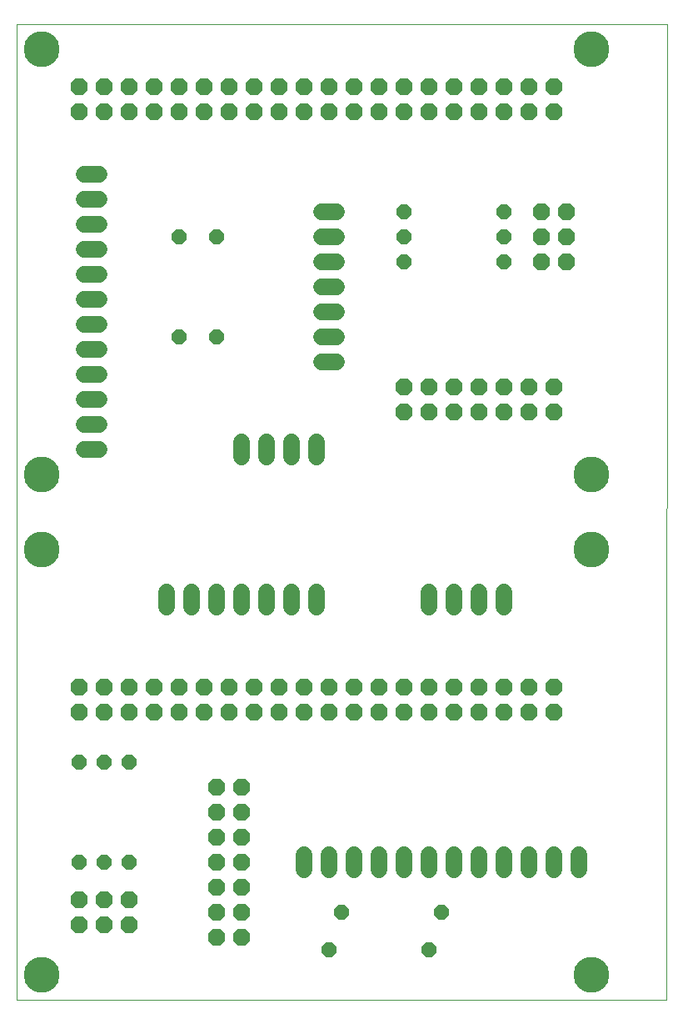
<source format=gts>
G75*
%MOIN*%
%OFA0B0*%
%FSLAX25Y25*%
%IPPOS*%
%LPD*%
%AMOC8*
5,1,8,0,0,1.08239X$1,22.5*
%
%ADD10C,0.00000*%
%ADD11C,0.14300*%
%ADD12OC8,0.06800*%
%ADD13C,0.06800*%
%ADD14OC8,0.06000*%
D10*
X0001000Y0001000D02*
X0001039Y0391000D01*
X0261472Y0390961D01*
X0261000Y0001000D01*
X0001000Y0001000D01*
X0004250Y0011000D02*
X0004252Y0011166D01*
X0004258Y0011331D01*
X0004268Y0011497D01*
X0004283Y0011662D01*
X0004301Y0011826D01*
X0004323Y0011990D01*
X0004349Y0012154D01*
X0004380Y0012317D01*
X0004414Y0012479D01*
X0004452Y0012640D01*
X0004495Y0012800D01*
X0004541Y0012959D01*
X0004591Y0013117D01*
X0004645Y0013274D01*
X0004702Y0013429D01*
X0004764Y0013583D01*
X0004829Y0013735D01*
X0004898Y0013886D01*
X0004971Y0014035D01*
X0005047Y0014182D01*
X0005127Y0014327D01*
X0005210Y0014470D01*
X0005297Y0014611D01*
X0005388Y0014750D01*
X0005481Y0014887D01*
X0005578Y0015021D01*
X0005679Y0015153D01*
X0005782Y0015282D01*
X0005889Y0015409D01*
X0005999Y0015533D01*
X0006111Y0015654D01*
X0006227Y0015773D01*
X0006346Y0015889D01*
X0006467Y0016001D01*
X0006591Y0016111D01*
X0006718Y0016218D01*
X0006847Y0016321D01*
X0006979Y0016422D01*
X0007113Y0016519D01*
X0007250Y0016612D01*
X0007389Y0016703D01*
X0007530Y0016790D01*
X0007673Y0016873D01*
X0007818Y0016953D01*
X0007965Y0017029D01*
X0008114Y0017102D01*
X0008265Y0017171D01*
X0008417Y0017236D01*
X0008571Y0017298D01*
X0008726Y0017355D01*
X0008883Y0017409D01*
X0009041Y0017459D01*
X0009200Y0017505D01*
X0009360Y0017548D01*
X0009521Y0017586D01*
X0009683Y0017620D01*
X0009846Y0017651D01*
X0010010Y0017677D01*
X0010174Y0017699D01*
X0010338Y0017717D01*
X0010503Y0017732D01*
X0010669Y0017742D01*
X0010834Y0017748D01*
X0011000Y0017750D01*
X0011166Y0017748D01*
X0011331Y0017742D01*
X0011497Y0017732D01*
X0011662Y0017717D01*
X0011826Y0017699D01*
X0011990Y0017677D01*
X0012154Y0017651D01*
X0012317Y0017620D01*
X0012479Y0017586D01*
X0012640Y0017548D01*
X0012800Y0017505D01*
X0012959Y0017459D01*
X0013117Y0017409D01*
X0013274Y0017355D01*
X0013429Y0017298D01*
X0013583Y0017236D01*
X0013735Y0017171D01*
X0013886Y0017102D01*
X0014035Y0017029D01*
X0014182Y0016953D01*
X0014327Y0016873D01*
X0014470Y0016790D01*
X0014611Y0016703D01*
X0014750Y0016612D01*
X0014887Y0016519D01*
X0015021Y0016422D01*
X0015153Y0016321D01*
X0015282Y0016218D01*
X0015409Y0016111D01*
X0015533Y0016001D01*
X0015654Y0015889D01*
X0015773Y0015773D01*
X0015889Y0015654D01*
X0016001Y0015533D01*
X0016111Y0015409D01*
X0016218Y0015282D01*
X0016321Y0015153D01*
X0016422Y0015021D01*
X0016519Y0014887D01*
X0016612Y0014750D01*
X0016703Y0014611D01*
X0016790Y0014470D01*
X0016873Y0014327D01*
X0016953Y0014182D01*
X0017029Y0014035D01*
X0017102Y0013886D01*
X0017171Y0013735D01*
X0017236Y0013583D01*
X0017298Y0013429D01*
X0017355Y0013274D01*
X0017409Y0013117D01*
X0017459Y0012959D01*
X0017505Y0012800D01*
X0017548Y0012640D01*
X0017586Y0012479D01*
X0017620Y0012317D01*
X0017651Y0012154D01*
X0017677Y0011990D01*
X0017699Y0011826D01*
X0017717Y0011662D01*
X0017732Y0011497D01*
X0017742Y0011331D01*
X0017748Y0011166D01*
X0017750Y0011000D01*
X0017748Y0010834D01*
X0017742Y0010669D01*
X0017732Y0010503D01*
X0017717Y0010338D01*
X0017699Y0010174D01*
X0017677Y0010010D01*
X0017651Y0009846D01*
X0017620Y0009683D01*
X0017586Y0009521D01*
X0017548Y0009360D01*
X0017505Y0009200D01*
X0017459Y0009041D01*
X0017409Y0008883D01*
X0017355Y0008726D01*
X0017298Y0008571D01*
X0017236Y0008417D01*
X0017171Y0008265D01*
X0017102Y0008114D01*
X0017029Y0007965D01*
X0016953Y0007818D01*
X0016873Y0007673D01*
X0016790Y0007530D01*
X0016703Y0007389D01*
X0016612Y0007250D01*
X0016519Y0007113D01*
X0016422Y0006979D01*
X0016321Y0006847D01*
X0016218Y0006718D01*
X0016111Y0006591D01*
X0016001Y0006467D01*
X0015889Y0006346D01*
X0015773Y0006227D01*
X0015654Y0006111D01*
X0015533Y0005999D01*
X0015409Y0005889D01*
X0015282Y0005782D01*
X0015153Y0005679D01*
X0015021Y0005578D01*
X0014887Y0005481D01*
X0014750Y0005388D01*
X0014611Y0005297D01*
X0014470Y0005210D01*
X0014327Y0005127D01*
X0014182Y0005047D01*
X0014035Y0004971D01*
X0013886Y0004898D01*
X0013735Y0004829D01*
X0013583Y0004764D01*
X0013429Y0004702D01*
X0013274Y0004645D01*
X0013117Y0004591D01*
X0012959Y0004541D01*
X0012800Y0004495D01*
X0012640Y0004452D01*
X0012479Y0004414D01*
X0012317Y0004380D01*
X0012154Y0004349D01*
X0011990Y0004323D01*
X0011826Y0004301D01*
X0011662Y0004283D01*
X0011497Y0004268D01*
X0011331Y0004258D01*
X0011166Y0004252D01*
X0011000Y0004250D01*
X0010834Y0004252D01*
X0010669Y0004258D01*
X0010503Y0004268D01*
X0010338Y0004283D01*
X0010174Y0004301D01*
X0010010Y0004323D01*
X0009846Y0004349D01*
X0009683Y0004380D01*
X0009521Y0004414D01*
X0009360Y0004452D01*
X0009200Y0004495D01*
X0009041Y0004541D01*
X0008883Y0004591D01*
X0008726Y0004645D01*
X0008571Y0004702D01*
X0008417Y0004764D01*
X0008265Y0004829D01*
X0008114Y0004898D01*
X0007965Y0004971D01*
X0007818Y0005047D01*
X0007673Y0005127D01*
X0007530Y0005210D01*
X0007389Y0005297D01*
X0007250Y0005388D01*
X0007113Y0005481D01*
X0006979Y0005578D01*
X0006847Y0005679D01*
X0006718Y0005782D01*
X0006591Y0005889D01*
X0006467Y0005999D01*
X0006346Y0006111D01*
X0006227Y0006227D01*
X0006111Y0006346D01*
X0005999Y0006467D01*
X0005889Y0006591D01*
X0005782Y0006718D01*
X0005679Y0006847D01*
X0005578Y0006979D01*
X0005481Y0007113D01*
X0005388Y0007250D01*
X0005297Y0007389D01*
X0005210Y0007530D01*
X0005127Y0007673D01*
X0005047Y0007818D01*
X0004971Y0007965D01*
X0004898Y0008114D01*
X0004829Y0008265D01*
X0004764Y0008417D01*
X0004702Y0008571D01*
X0004645Y0008726D01*
X0004591Y0008883D01*
X0004541Y0009041D01*
X0004495Y0009200D01*
X0004452Y0009360D01*
X0004414Y0009521D01*
X0004380Y0009683D01*
X0004349Y0009846D01*
X0004323Y0010010D01*
X0004301Y0010174D01*
X0004283Y0010338D01*
X0004268Y0010503D01*
X0004258Y0010669D01*
X0004252Y0010834D01*
X0004250Y0011000D01*
X0004250Y0181000D02*
X0004252Y0181166D01*
X0004258Y0181331D01*
X0004268Y0181497D01*
X0004283Y0181662D01*
X0004301Y0181826D01*
X0004323Y0181990D01*
X0004349Y0182154D01*
X0004380Y0182317D01*
X0004414Y0182479D01*
X0004452Y0182640D01*
X0004495Y0182800D01*
X0004541Y0182959D01*
X0004591Y0183117D01*
X0004645Y0183274D01*
X0004702Y0183429D01*
X0004764Y0183583D01*
X0004829Y0183735D01*
X0004898Y0183886D01*
X0004971Y0184035D01*
X0005047Y0184182D01*
X0005127Y0184327D01*
X0005210Y0184470D01*
X0005297Y0184611D01*
X0005388Y0184750D01*
X0005481Y0184887D01*
X0005578Y0185021D01*
X0005679Y0185153D01*
X0005782Y0185282D01*
X0005889Y0185409D01*
X0005999Y0185533D01*
X0006111Y0185654D01*
X0006227Y0185773D01*
X0006346Y0185889D01*
X0006467Y0186001D01*
X0006591Y0186111D01*
X0006718Y0186218D01*
X0006847Y0186321D01*
X0006979Y0186422D01*
X0007113Y0186519D01*
X0007250Y0186612D01*
X0007389Y0186703D01*
X0007530Y0186790D01*
X0007673Y0186873D01*
X0007818Y0186953D01*
X0007965Y0187029D01*
X0008114Y0187102D01*
X0008265Y0187171D01*
X0008417Y0187236D01*
X0008571Y0187298D01*
X0008726Y0187355D01*
X0008883Y0187409D01*
X0009041Y0187459D01*
X0009200Y0187505D01*
X0009360Y0187548D01*
X0009521Y0187586D01*
X0009683Y0187620D01*
X0009846Y0187651D01*
X0010010Y0187677D01*
X0010174Y0187699D01*
X0010338Y0187717D01*
X0010503Y0187732D01*
X0010669Y0187742D01*
X0010834Y0187748D01*
X0011000Y0187750D01*
X0011166Y0187748D01*
X0011331Y0187742D01*
X0011497Y0187732D01*
X0011662Y0187717D01*
X0011826Y0187699D01*
X0011990Y0187677D01*
X0012154Y0187651D01*
X0012317Y0187620D01*
X0012479Y0187586D01*
X0012640Y0187548D01*
X0012800Y0187505D01*
X0012959Y0187459D01*
X0013117Y0187409D01*
X0013274Y0187355D01*
X0013429Y0187298D01*
X0013583Y0187236D01*
X0013735Y0187171D01*
X0013886Y0187102D01*
X0014035Y0187029D01*
X0014182Y0186953D01*
X0014327Y0186873D01*
X0014470Y0186790D01*
X0014611Y0186703D01*
X0014750Y0186612D01*
X0014887Y0186519D01*
X0015021Y0186422D01*
X0015153Y0186321D01*
X0015282Y0186218D01*
X0015409Y0186111D01*
X0015533Y0186001D01*
X0015654Y0185889D01*
X0015773Y0185773D01*
X0015889Y0185654D01*
X0016001Y0185533D01*
X0016111Y0185409D01*
X0016218Y0185282D01*
X0016321Y0185153D01*
X0016422Y0185021D01*
X0016519Y0184887D01*
X0016612Y0184750D01*
X0016703Y0184611D01*
X0016790Y0184470D01*
X0016873Y0184327D01*
X0016953Y0184182D01*
X0017029Y0184035D01*
X0017102Y0183886D01*
X0017171Y0183735D01*
X0017236Y0183583D01*
X0017298Y0183429D01*
X0017355Y0183274D01*
X0017409Y0183117D01*
X0017459Y0182959D01*
X0017505Y0182800D01*
X0017548Y0182640D01*
X0017586Y0182479D01*
X0017620Y0182317D01*
X0017651Y0182154D01*
X0017677Y0181990D01*
X0017699Y0181826D01*
X0017717Y0181662D01*
X0017732Y0181497D01*
X0017742Y0181331D01*
X0017748Y0181166D01*
X0017750Y0181000D01*
X0017748Y0180834D01*
X0017742Y0180669D01*
X0017732Y0180503D01*
X0017717Y0180338D01*
X0017699Y0180174D01*
X0017677Y0180010D01*
X0017651Y0179846D01*
X0017620Y0179683D01*
X0017586Y0179521D01*
X0017548Y0179360D01*
X0017505Y0179200D01*
X0017459Y0179041D01*
X0017409Y0178883D01*
X0017355Y0178726D01*
X0017298Y0178571D01*
X0017236Y0178417D01*
X0017171Y0178265D01*
X0017102Y0178114D01*
X0017029Y0177965D01*
X0016953Y0177818D01*
X0016873Y0177673D01*
X0016790Y0177530D01*
X0016703Y0177389D01*
X0016612Y0177250D01*
X0016519Y0177113D01*
X0016422Y0176979D01*
X0016321Y0176847D01*
X0016218Y0176718D01*
X0016111Y0176591D01*
X0016001Y0176467D01*
X0015889Y0176346D01*
X0015773Y0176227D01*
X0015654Y0176111D01*
X0015533Y0175999D01*
X0015409Y0175889D01*
X0015282Y0175782D01*
X0015153Y0175679D01*
X0015021Y0175578D01*
X0014887Y0175481D01*
X0014750Y0175388D01*
X0014611Y0175297D01*
X0014470Y0175210D01*
X0014327Y0175127D01*
X0014182Y0175047D01*
X0014035Y0174971D01*
X0013886Y0174898D01*
X0013735Y0174829D01*
X0013583Y0174764D01*
X0013429Y0174702D01*
X0013274Y0174645D01*
X0013117Y0174591D01*
X0012959Y0174541D01*
X0012800Y0174495D01*
X0012640Y0174452D01*
X0012479Y0174414D01*
X0012317Y0174380D01*
X0012154Y0174349D01*
X0011990Y0174323D01*
X0011826Y0174301D01*
X0011662Y0174283D01*
X0011497Y0174268D01*
X0011331Y0174258D01*
X0011166Y0174252D01*
X0011000Y0174250D01*
X0010834Y0174252D01*
X0010669Y0174258D01*
X0010503Y0174268D01*
X0010338Y0174283D01*
X0010174Y0174301D01*
X0010010Y0174323D01*
X0009846Y0174349D01*
X0009683Y0174380D01*
X0009521Y0174414D01*
X0009360Y0174452D01*
X0009200Y0174495D01*
X0009041Y0174541D01*
X0008883Y0174591D01*
X0008726Y0174645D01*
X0008571Y0174702D01*
X0008417Y0174764D01*
X0008265Y0174829D01*
X0008114Y0174898D01*
X0007965Y0174971D01*
X0007818Y0175047D01*
X0007673Y0175127D01*
X0007530Y0175210D01*
X0007389Y0175297D01*
X0007250Y0175388D01*
X0007113Y0175481D01*
X0006979Y0175578D01*
X0006847Y0175679D01*
X0006718Y0175782D01*
X0006591Y0175889D01*
X0006467Y0175999D01*
X0006346Y0176111D01*
X0006227Y0176227D01*
X0006111Y0176346D01*
X0005999Y0176467D01*
X0005889Y0176591D01*
X0005782Y0176718D01*
X0005679Y0176847D01*
X0005578Y0176979D01*
X0005481Y0177113D01*
X0005388Y0177250D01*
X0005297Y0177389D01*
X0005210Y0177530D01*
X0005127Y0177673D01*
X0005047Y0177818D01*
X0004971Y0177965D01*
X0004898Y0178114D01*
X0004829Y0178265D01*
X0004764Y0178417D01*
X0004702Y0178571D01*
X0004645Y0178726D01*
X0004591Y0178883D01*
X0004541Y0179041D01*
X0004495Y0179200D01*
X0004452Y0179360D01*
X0004414Y0179521D01*
X0004380Y0179683D01*
X0004349Y0179846D01*
X0004323Y0180010D01*
X0004301Y0180174D01*
X0004283Y0180338D01*
X0004268Y0180503D01*
X0004258Y0180669D01*
X0004252Y0180834D01*
X0004250Y0181000D01*
X0004250Y0211000D02*
X0004252Y0211166D01*
X0004258Y0211331D01*
X0004268Y0211497D01*
X0004283Y0211662D01*
X0004301Y0211826D01*
X0004323Y0211990D01*
X0004349Y0212154D01*
X0004380Y0212317D01*
X0004414Y0212479D01*
X0004452Y0212640D01*
X0004495Y0212800D01*
X0004541Y0212959D01*
X0004591Y0213117D01*
X0004645Y0213274D01*
X0004702Y0213429D01*
X0004764Y0213583D01*
X0004829Y0213735D01*
X0004898Y0213886D01*
X0004971Y0214035D01*
X0005047Y0214182D01*
X0005127Y0214327D01*
X0005210Y0214470D01*
X0005297Y0214611D01*
X0005388Y0214750D01*
X0005481Y0214887D01*
X0005578Y0215021D01*
X0005679Y0215153D01*
X0005782Y0215282D01*
X0005889Y0215409D01*
X0005999Y0215533D01*
X0006111Y0215654D01*
X0006227Y0215773D01*
X0006346Y0215889D01*
X0006467Y0216001D01*
X0006591Y0216111D01*
X0006718Y0216218D01*
X0006847Y0216321D01*
X0006979Y0216422D01*
X0007113Y0216519D01*
X0007250Y0216612D01*
X0007389Y0216703D01*
X0007530Y0216790D01*
X0007673Y0216873D01*
X0007818Y0216953D01*
X0007965Y0217029D01*
X0008114Y0217102D01*
X0008265Y0217171D01*
X0008417Y0217236D01*
X0008571Y0217298D01*
X0008726Y0217355D01*
X0008883Y0217409D01*
X0009041Y0217459D01*
X0009200Y0217505D01*
X0009360Y0217548D01*
X0009521Y0217586D01*
X0009683Y0217620D01*
X0009846Y0217651D01*
X0010010Y0217677D01*
X0010174Y0217699D01*
X0010338Y0217717D01*
X0010503Y0217732D01*
X0010669Y0217742D01*
X0010834Y0217748D01*
X0011000Y0217750D01*
X0011166Y0217748D01*
X0011331Y0217742D01*
X0011497Y0217732D01*
X0011662Y0217717D01*
X0011826Y0217699D01*
X0011990Y0217677D01*
X0012154Y0217651D01*
X0012317Y0217620D01*
X0012479Y0217586D01*
X0012640Y0217548D01*
X0012800Y0217505D01*
X0012959Y0217459D01*
X0013117Y0217409D01*
X0013274Y0217355D01*
X0013429Y0217298D01*
X0013583Y0217236D01*
X0013735Y0217171D01*
X0013886Y0217102D01*
X0014035Y0217029D01*
X0014182Y0216953D01*
X0014327Y0216873D01*
X0014470Y0216790D01*
X0014611Y0216703D01*
X0014750Y0216612D01*
X0014887Y0216519D01*
X0015021Y0216422D01*
X0015153Y0216321D01*
X0015282Y0216218D01*
X0015409Y0216111D01*
X0015533Y0216001D01*
X0015654Y0215889D01*
X0015773Y0215773D01*
X0015889Y0215654D01*
X0016001Y0215533D01*
X0016111Y0215409D01*
X0016218Y0215282D01*
X0016321Y0215153D01*
X0016422Y0215021D01*
X0016519Y0214887D01*
X0016612Y0214750D01*
X0016703Y0214611D01*
X0016790Y0214470D01*
X0016873Y0214327D01*
X0016953Y0214182D01*
X0017029Y0214035D01*
X0017102Y0213886D01*
X0017171Y0213735D01*
X0017236Y0213583D01*
X0017298Y0213429D01*
X0017355Y0213274D01*
X0017409Y0213117D01*
X0017459Y0212959D01*
X0017505Y0212800D01*
X0017548Y0212640D01*
X0017586Y0212479D01*
X0017620Y0212317D01*
X0017651Y0212154D01*
X0017677Y0211990D01*
X0017699Y0211826D01*
X0017717Y0211662D01*
X0017732Y0211497D01*
X0017742Y0211331D01*
X0017748Y0211166D01*
X0017750Y0211000D01*
X0017748Y0210834D01*
X0017742Y0210669D01*
X0017732Y0210503D01*
X0017717Y0210338D01*
X0017699Y0210174D01*
X0017677Y0210010D01*
X0017651Y0209846D01*
X0017620Y0209683D01*
X0017586Y0209521D01*
X0017548Y0209360D01*
X0017505Y0209200D01*
X0017459Y0209041D01*
X0017409Y0208883D01*
X0017355Y0208726D01*
X0017298Y0208571D01*
X0017236Y0208417D01*
X0017171Y0208265D01*
X0017102Y0208114D01*
X0017029Y0207965D01*
X0016953Y0207818D01*
X0016873Y0207673D01*
X0016790Y0207530D01*
X0016703Y0207389D01*
X0016612Y0207250D01*
X0016519Y0207113D01*
X0016422Y0206979D01*
X0016321Y0206847D01*
X0016218Y0206718D01*
X0016111Y0206591D01*
X0016001Y0206467D01*
X0015889Y0206346D01*
X0015773Y0206227D01*
X0015654Y0206111D01*
X0015533Y0205999D01*
X0015409Y0205889D01*
X0015282Y0205782D01*
X0015153Y0205679D01*
X0015021Y0205578D01*
X0014887Y0205481D01*
X0014750Y0205388D01*
X0014611Y0205297D01*
X0014470Y0205210D01*
X0014327Y0205127D01*
X0014182Y0205047D01*
X0014035Y0204971D01*
X0013886Y0204898D01*
X0013735Y0204829D01*
X0013583Y0204764D01*
X0013429Y0204702D01*
X0013274Y0204645D01*
X0013117Y0204591D01*
X0012959Y0204541D01*
X0012800Y0204495D01*
X0012640Y0204452D01*
X0012479Y0204414D01*
X0012317Y0204380D01*
X0012154Y0204349D01*
X0011990Y0204323D01*
X0011826Y0204301D01*
X0011662Y0204283D01*
X0011497Y0204268D01*
X0011331Y0204258D01*
X0011166Y0204252D01*
X0011000Y0204250D01*
X0010834Y0204252D01*
X0010669Y0204258D01*
X0010503Y0204268D01*
X0010338Y0204283D01*
X0010174Y0204301D01*
X0010010Y0204323D01*
X0009846Y0204349D01*
X0009683Y0204380D01*
X0009521Y0204414D01*
X0009360Y0204452D01*
X0009200Y0204495D01*
X0009041Y0204541D01*
X0008883Y0204591D01*
X0008726Y0204645D01*
X0008571Y0204702D01*
X0008417Y0204764D01*
X0008265Y0204829D01*
X0008114Y0204898D01*
X0007965Y0204971D01*
X0007818Y0205047D01*
X0007673Y0205127D01*
X0007530Y0205210D01*
X0007389Y0205297D01*
X0007250Y0205388D01*
X0007113Y0205481D01*
X0006979Y0205578D01*
X0006847Y0205679D01*
X0006718Y0205782D01*
X0006591Y0205889D01*
X0006467Y0205999D01*
X0006346Y0206111D01*
X0006227Y0206227D01*
X0006111Y0206346D01*
X0005999Y0206467D01*
X0005889Y0206591D01*
X0005782Y0206718D01*
X0005679Y0206847D01*
X0005578Y0206979D01*
X0005481Y0207113D01*
X0005388Y0207250D01*
X0005297Y0207389D01*
X0005210Y0207530D01*
X0005127Y0207673D01*
X0005047Y0207818D01*
X0004971Y0207965D01*
X0004898Y0208114D01*
X0004829Y0208265D01*
X0004764Y0208417D01*
X0004702Y0208571D01*
X0004645Y0208726D01*
X0004591Y0208883D01*
X0004541Y0209041D01*
X0004495Y0209200D01*
X0004452Y0209360D01*
X0004414Y0209521D01*
X0004380Y0209683D01*
X0004349Y0209846D01*
X0004323Y0210010D01*
X0004301Y0210174D01*
X0004283Y0210338D01*
X0004268Y0210503D01*
X0004258Y0210669D01*
X0004252Y0210834D01*
X0004250Y0211000D01*
X0004250Y0381000D02*
X0004252Y0381166D01*
X0004258Y0381331D01*
X0004268Y0381497D01*
X0004283Y0381662D01*
X0004301Y0381826D01*
X0004323Y0381990D01*
X0004349Y0382154D01*
X0004380Y0382317D01*
X0004414Y0382479D01*
X0004452Y0382640D01*
X0004495Y0382800D01*
X0004541Y0382959D01*
X0004591Y0383117D01*
X0004645Y0383274D01*
X0004702Y0383429D01*
X0004764Y0383583D01*
X0004829Y0383735D01*
X0004898Y0383886D01*
X0004971Y0384035D01*
X0005047Y0384182D01*
X0005127Y0384327D01*
X0005210Y0384470D01*
X0005297Y0384611D01*
X0005388Y0384750D01*
X0005481Y0384887D01*
X0005578Y0385021D01*
X0005679Y0385153D01*
X0005782Y0385282D01*
X0005889Y0385409D01*
X0005999Y0385533D01*
X0006111Y0385654D01*
X0006227Y0385773D01*
X0006346Y0385889D01*
X0006467Y0386001D01*
X0006591Y0386111D01*
X0006718Y0386218D01*
X0006847Y0386321D01*
X0006979Y0386422D01*
X0007113Y0386519D01*
X0007250Y0386612D01*
X0007389Y0386703D01*
X0007530Y0386790D01*
X0007673Y0386873D01*
X0007818Y0386953D01*
X0007965Y0387029D01*
X0008114Y0387102D01*
X0008265Y0387171D01*
X0008417Y0387236D01*
X0008571Y0387298D01*
X0008726Y0387355D01*
X0008883Y0387409D01*
X0009041Y0387459D01*
X0009200Y0387505D01*
X0009360Y0387548D01*
X0009521Y0387586D01*
X0009683Y0387620D01*
X0009846Y0387651D01*
X0010010Y0387677D01*
X0010174Y0387699D01*
X0010338Y0387717D01*
X0010503Y0387732D01*
X0010669Y0387742D01*
X0010834Y0387748D01*
X0011000Y0387750D01*
X0011166Y0387748D01*
X0011331Y0387742D01*
X0011497Y0387732D01*
X0011662Y0387717D01*
X0011826Y0387699D01*
X0011990Y0387677D01*
X0012154Y0387651D01*
X0012317Y0387620D01*
X0012479Y0387586D01*
X0012640Y0387548D01*
X0012800Y0387505D01*
X0012959Y0387459D01*
X0013117Y0387409D01*
X0013274Y0387355D01*
X0013429Y0387298D01*
X0013583Y0387236D01*
X0013735Y0387171D01*
X0013886Y0387102D01*
X0014035Y0387029D01*
X0014182Y0386953D01*
X0014327Y0386873D01*
X0014470Y0386790D01*
X0014611Y0386703D01*
X0014750Y0386612D01*
X0014887Y0386519D01*
X0015021Y0386422D01*
X0015153Y0386321D01*
X0015282Y0386218D01*
X0015409Y0386111D01*
X0015533Y0386001D01*
X0015654Y0385889D01*
X0015773Y0385773D01*
X0015889Y0385654D01*
X0016001Y0385533D01*
X0016111Y0385409D01*
X0016218Y0385282D01*
X0016321Y0385153D01*
X0016422Y0385021D01*
X0016519Y0384887D01*
X0016612Y0384750D01*
X0016703Y0384611D01*
X0016790Y0384470D01*
X0016873Y0384327D01*
X0016953Y0384182D01*
X0017029Y0384035D01*
X0017102Y0383886D01*
X0017171Y0383735D01*
X0017236Y0383583D01*
X0017298Y0383429D01*
X0017355Y0383274D01*
X0017409Y0383117D01*
X0017459Y0382959D01*
X0017505Y0382800D01*
X0017548Y0382640D01*
X0017586Y0382479D01*
X0017620Y0382317D01*
X0017651Y0382154D01*
X0017677Y0381990D01*
X0017699Y0381826D01*
X0017717Y0381662D01*
X0017732Y0381497D01*
X0017742Y0381331D01*
X0017748Y0381166D01*
X0017750Y0381000D01*
X0017748Y0380834D01*
X0017742Y0380669D01*
X0017732Y0380503D01*
X0017717Y0380338D01*
X0017699Y0380174D01*
X0017677Y0380010D01*
X0017651Y0379846D01*
X0017620Y0379683D01*
X0017586Y0379521D01*
X0017548Y0379360D01*
X0017505Y0379200D01*
X0017459Y0379041D01*
X0017409Y0378883D01*
X0017355Y0378726D01*
X0017298Y0378571D01*
X0017236Y0378417D01*
X0017171Y0378265D01*
X0017102Y0378114D01*
X0017029Y0377965D01*
X0016953Y0377818D01*
X0016873Y0377673D01*
X0016790Y0377530D01*
X0016703Y0377389D01*
X0016612Y0377250D01*
X0016519Y0377113D01*
X0016422Y0376979D01*
X0016321Y0376847D01*
X0016218Y0376718D01*
X0016111Y0376591D01*
X0016001Y0376467D01*
X0015889Y0376346D01*
X0015773Y0376227D01*
X0015654Y0376111D01*
X0015533Y0375999D01*
X0015409Y0375889D01*
X0015282Y0375782D01*
X0015153Y0375679D01*
X0015021Y0375578D01*
X0014887Y0375481D01*
X0014750Y0375388D01*
X0014611Y0375297D01*
X0014470Y0375210D01*
X0014327Y0375127D01*
X0014182Y0375047D01*
X0014035Y0374971D01*
X0013886Y0374898D01*
X0013735Y0374829D01*
X0013583Y0374764D01*
X0013429Y0374702D01*
X0013274Y0374645D01*
X0013117Y0374591D01*
X0012959Y0374541D01*
X0012800Y0374495D01*
X0012640Y0374452D01*
X0012479Y0374414D01*
X0012317Y0374380D01*
X0012154Y0374349D01*
X0011990Y0374323D01*
X0011826Y0374301D01*
X0011662Y0374283D01*
X0011497Y0374268D01*
X0011331Y0374258D01*
X0011166Y0374252D01*
X0011000Y0374250D01*
X0010834Y0374252D01*
X0010669Y0374258D01*
X0010503Y0374268D01*
X0010338Y0374283D01*
X0010174Y0374301D01*
X0010010Y0374323D01*
X0009846Y0374349D01*
X0009683Y0374380D01*
X0009521Y0374414D01*
X0009360Y0374452D01*
X0009200Y0374495D01*
X0009041Y0374541D01*
X0008883Y0374591D01*
X0008726Y0374645D01*
X0008571Y0374702D01*
X0008417Y0374764D01*
X0008265Y0374829D01*
X0008114Y0374898D01*
X0007965Y0374971D01*
X0007818Y0375047D01*
X0007673Y0375127D01*
X0007530Y0375210D01*
X0007389Y0375297D01*
X0007250Y0375388D01*
X0007113Y0375481D01*
X0006979Y0375578D01*
X0006847Y0375679D01*
X0006718Y0375782D01*
X0006591Y0375889D01*
X0006467Y0375999D01*
X0006346Y0376111D01*
X0006227Y0376227D01*
X0006111Y0376346D01*
X0005999Y0376467D01*
X0005889Y0376591D01*
X0005782Y0376718D01*
X0005679Y0376847D01*
X0005578Y0376979D01*
X0005481Y0377113D01*
X0005388Y0377250D01*
X0005297Y0377389D01*
X0005210Y0377530D01*
X0005127Y0377673D01*
X0005047Y0377818D01*
X0004971Y0377965D01*
X0004898Y0378114D01*
X0004829Y0378265D01*
X0004764Y0378417D01*
X0004702Y0378571D01*
X0004645Y0378726D01*
X0004591Y0378883D01*
X0004541Y0379041D01*
X0004495Y0379200D01*
X0004452Y0379360D01*
X0004414Y0379521D01*
X0004380Y0379683D01*
X0004349Y0379846D01*
X0004323Y0380010D01*
X0004301Y0380174D01*
X0004283Y0380338D01*
X0004268Y0380503D01*
X0004258Y0380669D01*
X0004252Y0380834D01*
X0004250Y0381000D01*
X0224250Y0381000D02*
X0224252Y0381166D01*
X0224258Y0381331D01*
X0224268Y0381497D01*
X0224283Y0381662D01*
X0224301Y0381826D01*
X0224323Y0381990D01*
X0224349Y0382154D01*
X0224380Y0382317D01*
X0224414Y0382479D01*
X0224452Y0382640D01*
X0224495Y0382800D01*
X0224541Y0382959D01*
X0224591Y0383117D01*
X0224645Y0383274D01*
X0224702Y0383429D01*
X0224764Y0383583D01*
X0224829Y0383735D01*
X0224898Y0383886D01*
X0224971Y0384035D01*
X0225047Y0384182D01*
X0225127Y0384327D01*
X0225210Y0384470D01*
X0225297Y0384611D01*
X0225388Y0384750D01*
X0225481Y0384887D01*
X0225578Y0385021D01*
X0225679Y0385153D01*
X0225782Y0385282D01*
X0225889Y0385409D01*
X0225999Y0385533D01*
X0226111Y0385654D01*
X0226227Y0385773D01*
X0226346Y0385889D01*
X0226467Y0386001D01*
X0226591Y0386111D01*
X0226718Y0386218D01*
X0226847Y0386321D01*
X0226979Y0386422D01*
X0227113Y0386519D01*
X0227250Y0386612D01*
X0227389Y0386703D01*
X0227530Y0386790D01*
X0227673Y0386873D01*
X0227818Y0386953D01*
X0227965Y0387029D01*
X0228114Y0387102D01*
X0228265Y0387171D01*
X0228417Y0387236D01*
X0228571Y0387298D01*
X0228726Y0387355D01*
X0228883Y0387409D01*
X0229041Y0387459D01*
X0229200Y0387505D01*
X0229360Y0387548D01*
X0229521Y0387586D01*
X0229683Y0387620D01*
X0229846Y0387651D01*
X0230010Y0387677D01*
X0230174Y0387699D01*
X0230338Y0387717D01*
X0230503Y0387732D01*
X0230669Y0387742D01*
X0230834Y0387748D01*
X0231000Y0387750D01*
X0231166Y0387748D01*
X0231331Y0387742D01*
X0231497Y0387732D01*
X0231662Y0387717D01*
X0231826Y0387699D01*
X0231990Y0387677D01*
X0232154Y0387651D01*
X0232317Y0387620D01*
X0232479Y0387586D01*
X0232640Y0387548D01*
X0232800Y0387505D01*
X0232959Y0387459D01*
X0233117Y0387409D01*
X0233274Y0387355D01*
X0233429Y0387298D01*
X0233583Y0387236D01*
X0233735Y0387171D01*
X0233886Y0387102D01*
X0234035Y0387029D01*
X0234182Y0386953D01*
X0234327Y0386873D01*
X0234470Y0386790D01*
X0234611Y0386703D01*
X0234750Y0386612D01*
X0234887Y0386519D01*
X0235021Y0386422D01*
X0235153Y0386321D01*
X0235282Y0386218D01*
X0235409Y0386111D01*
X0235533Y0386001D01*
X0235654Y0385889D01*
X0235773Y0385773D01*
X0235889Y0385654D01*
X0236001Y0385533D01*
X0236111Y0385409D01*
X0236218Y0385282D01*
X0236321Y0385153D01*
X0236422Y0385021D01*
X0236519Y0384887D01*
X0236612Y0384750D01*
X0236703Y0384611D01*
X0236790Y0384470D01*
X0236873Y0384327D01*
X0236953Y0384182D01*
X0237029Y0384035D01*
X0237102Y0383886D01*
X0237171Y0383735D01*
X0237236Y0383583D01*
X0237298Y0383429D01*
X0237355Y0383274D01*
X0237409Y0383117D01*
X0237459Y0382959D01*
X0237505Y0382800D01*
X0237548Y0382640D01*
X0237586Y0382479D01*
X0237620Y0382317D01*
X0237651Y0382154D01*
X0237677Y0381990D01*
X0237699Y0381826D01*
X0237717Y0381662D01*
X0237732Y0381497D01*
X0237742Y0381331D01*
X0237748Y0381166D01*
X0237750Y0381000D01*
X0237748Y0380834D01*
X0237742Y0380669D01*
X0237732Y0380503D01*
X0237717Y0380338D01*
X0237699Y0380174D01*
X0237677Y0380010D01*
X0237651Y0379846D01*
X0237620Y0379683D01*
X0237586Y0379521D01*
X0237548Y0379360D01*
X0237505Y0379200D01*
X0237459Y0379041D01*
X0237409Y0378883D01*
X0237355Y0378726D01*
X0237298Y0378571D01*
X0237236Y0378417D01*
X0237171Y0378265D01*
X0237102Y0378114D01*
X0237029Y0377965D01*
X0236953Y0377818D01*
X0236873Y0377673D01*
X0236790Y0377530D01*
X0236703Y0377389D01*
X0236612Y0377250D01*
X0236519Y0377113D01*
X0236422Y0376979D01*
X0236321Y0376847D01*
X0236218Y0376718D01*
X0236111Y0376591D01*
X0236001Y0376467D01*
X0235889Y0376346D01*
X0235773Y0376227D01*
X0235654Y0376111D01*
X0235533Y0375999D01*
X0235409Y0375889D01*
X0235282Y0375782D01*
X0235153Y0375679D01*
X0235021Y0375578D01*
X0234887Y0375481D01*
X0234750Y0375388D01*
X0234611Y0375297D01*
X0234470Y0375210D01*
X0234327Y0375127D01*
X0234182Y0375047D01*
X0234035Y0374971D01*
X0233886Y0374898D01*
X0233735Y0374829D01*
X0233583Y0374764D01*
X0233429Y0374702D01*
X0233274Y0374645D01*
X0233117Y0374591D01*
X0232959Y0374541D01*
X0232800Y0374495D01*
X0232640Y0374452D01*
X0232479Y0374414D01*
X0232317Y0374380D01*
X0232154Y0374349D01*
X0231990Y0374323D01*
X0231826Y0374301D01*
X0231662Y0374283D01*
X0231497Y0374268D01*
X0231331Y0374258D01*
X0231166Y0374252D01*
X0231000Y0374250D01*
X0230834Y0374252D01*
X0230669Y0374258D01*
X0230503Y0374268D01*
X0230338Y0374283D01*
X0230174Y0374301D01*
X0230010Y0374323D01*
X0229846Y0374349D01*
X0229683Y0374380D01*
X0229521Y0374414D01*
X0229360Y0374452D01*
X0229200Y0374495D01*
X0229041Y0374541D01*
X0228883Y0374591D01*
X0228726Y0374645D01*
X0228571Y0374702D01*
X0228417Y0374764D01*
X0228265Y0374829D01*
X0228114Y0374898D01*
X0227965Y0374971D01*
X0227818Y0375047D01*
X0227673Y0375127D01*
X0227530Y0375210D01*
X0227389Y0375297D01*
X0227250Y0375388D01*
X0227113Y0375481D01*
X0226979Y0375578D01*
X0226847Y0375679D01*
X0226718Y0375782D01*
X0226591Y0375889D01*
X0226467Y0375999D01*
X0226346Y0376111D01*
X0226227Y0376227D01*
X0226111Y0376346D01*
X0225999Y0376467D01*
X0225889Y0376591D01*
X0225782Y0376718D01*
X0225679Y0376847D01*
X0225578Y0376979D01*
X0225481Y0377113D01*
X0225388Y0377250D01*
X0225297Y0377389D01*
X0225210Y0377530D01*
X0225127Y0377673D01*
X0225047Y0377818D01*
X0224971Y0377965D01*
X0224898Y0378114D01*
X0224829Y0378265D01*
X0224764Y0378417D01*
X0224702Y0378571D01*
X0224645Y0378726D01*
X0224591Y0378883D01*
X0224541Y0379041D01*
X0224495Y0379200D01*
X0224452Y0379360D01*
X0224414Y0379521D01*
X0224380Y0379683D01*
X0224349Y0379846D01*
X0224323Y0380010D01*
X0224301Y0380174D01*
X0224283Y0380338D01*
X0224268Y0380503D01*
X0224258Y0380669D01*
X0224252Y0380834D01*
X0224250Y0381000D01*
X0224250Y0211000D02*
X0224252Y0211166D01*
X0224258Y0211331D01*
X0224268Y0211497D01*
X0224283Y0211662D01*
X0224301Y0211826D01*
X0224323Y0211990D01*
X0224349Y0212154D01*
X0224380Y0212317D01*
X0224414Y0212479D01*
X0224452Y0212640D01*
X0224495Y0212800D01*
X0224541Y0212959D01*
X0224591Y0213117D01*
X0224645Y0213274D01*
X0224702Y0213429D01*
X0224764Y0213583D01*
X0224829Y0213735D01*
X0224898Y0213886D01*
X0224971Y0214035D01*
X0225047Y0214182D01*
X0225127Y0214327D01*
X0225210Y0214470D01*
X0225297Y0214611D01*
X0225388Y0214750D01*
X0225481Y0214887D01*
X0225578Y0215021D01*
X0225679Y0215153D01*
X0225782Y0215282D01*
X0225889Y0215409D01*
X0225999Y0215533D01*
X0226111Y0215654D01*
X0226227Y0215773D01*
X0226346Y0215889D01*
X0226467Y0216001D01*
X0226591Y0216111D01*
X0226718Y0216218D01*
X0226847Y0216321D01*
X0226979Y0216422D01*
X0227113Y0216519D01*
X0227250Y0216612D01*
X0227389Y0216703D01*
X0227530Y0216790D01*
X0227673Y0216873D01*
X0227818Y0216953D01*
X0227965Y0217029D01*
X0228114Y0217102D01*
X0228265Y0217171D01*
X0228417Y0217236D01*
X0228571Y0217298D01*
X0228726Y0217355D01*
X0228883Y0217409D01*
X0229041Y0217459D01*
X0229200Y0217505D01*
X0229360Y0217548D01*
X0229521Y0217586D01*
X0229683Y0217620D01*
X0229846Y0217651D01*
X0230010Y0217677D01*
X0230174Y0217699D01*
X0230338Y0217717D01*
X0230503Y0217732D01*
X0230669Y0217742D01*
X0230834Y0217748D01*
X0231000Y0217750D01*
X0231166Y0217748D01*
X0231331Y0217742D01*
X0231497Y0217732D01*
X0231662Y0217717D01*
X0231826Y0217699D01*
X0231990Y0217677D01*
X0232154Y0217651D01*
X0232317Y0217620D01*
X0232479Y0217586D01*
X0232640Y0217548D01*
X0232800Y0217505D01*
X0232959Y0217459D01*
X0233117Y0217409D01*
X0233274Y0217355D01*
X0233429Y0217298D01*
X0233583Y0217236D01*
X0233735Y0217171D01*
X0233886Y0217102D01*
X0234035Y0217029D01*
X0234182Y0216953D01*
X0234327Y0216873D01*
X0234470Y0216790D01*
X0234611Y0216703D01*
X0234750Y0216612D01*
X0234887Y0216519D01*
X0235021Y0216422D01*
X0235153Y0216321D01*
X0235282Y0216218D01*
X0235409Y0216111D01*
X0235533Y0216001D01*
X0235654Y0215889D01*
X0235773Y0215773D01*
X0235889Y0215654D01*
X0236001Y0215533D01*
X0236111Y0215409D01*
X0236218Y0215282D01*
X0236321Y0215153D01*
X0236422Y0215021D01*
X0236519Y0214887D01*
X0236612Y0214750D01*
X0236703Y0214611D01*
X0236790Y0214470D01*
X0236873Y0214327D01*
X0236953Y0214182D01*
X0237029Y0214035D01*
X0237102Y0213886D01*
X0237171Y0213735D01*
X0237236Y0213583D01*
X0237298Y0213429D01*
X0237355Y0213274D01*
X0237409Y0213117D01*
X0237459Y0212959D01*
X0237505Y0212800D01*
X0237548Y0212640D01*
X0237586Y0212479D01*
X0237620Y0212317D01*
X0237651Y0212154D01*
X0237677Y0211990D01*
X0237699Y0211826D01*
X0237717Y0211662D01*
X0237732Y0211497D01*
X0237742Y0211331D01*
X0237748Y0211166D01*
X0237750Y0211000D01*
X0237748Y0210834D01*
X0237742Y0210669D01*
X0237732Y0210503D01*
X0237717Y0210338D01*
X0237699Y0210174D01*
X0237677Y0210010D01*
X0237651Y0209846D01*
X0237620Y0209683D01*
X0237586Y0209521D01*
X0237548Y0209360D01*
X0237505Y0209200D01*
X0237459Y0209041D01*
X0237409Y0208883D01*
X0237355Y0208726D01*
X0237298Y0208571D01*
X0237236Y0208417D01*
X0237171Y0208265D01*
X0237102Y0208114D01*
X0237029Y0207965D01*
X0236953Y0207818D01*
X0236873Y0207673D01*
X0236790Y0207530D01*
X0236703Y0207389D01*
X0236612Y0207250D01*
X0236519Y0207113D01*
X0236422Y0206979D01*
X0236321Y0206847D01*
X0236218Y0206718D01*
X0236111Y0206591D01*
X0236001Y0206467D01*
X0235889Y0206346D01*
X0235773Y0206227D01*
X0235654Y0206111D01*
X0235533Y0205999D01*
X0235409Y0205889D01*
X0235282Y0205782D01*
X0235153Y0205679D01*
X0235021Y0205578D01*
X0234887Y0205481D01*
X0234750Y0205388D01*
X0234611Y0205297D01*
X0234470Y0205210D01*
X0234327Y0205127D01*
X0234182Y0205047D01*
X0234035Y0204971D01*
X0233886Y0204898D01*
X0233735Y0204829D01*
X0233583Y0204764D01*
X0233429Y0204702D01*
X0233274Y0204645D01*
X0233117Y0204591D01*
X0232959Y0204541D01*
X0232800Y0204495D01*
X0232640Y0204452D01*
X0232479Y0204414D01*
X0232317Y0204380D01*
X0232154Y0204349D01*
X0231990Y0204323D01*
X0231826Y0204301D01*
X0231662Y0204283D01*
X0231497Y0204268D01*
X0231331Y0204258D01*
X0231166Y0204252D01*
X0231000Y0204250D01*
X0230834Y0204252D01*
X0230669Y0204258D01*
X0230503Y0204268D01*
X0230338Y0204283D01*
X0230174Y0204301D01*
X0230010Y0204323D01*
X0229846Y0204349D01*
X0229683Y0204380D01*
X0229521Y0204414D01*
X0229360Y0204452D01*
X0229200Y0204495D01*
X0229041Y0204541D01*
X0228883Y0204591D01*
X0228726Y0204645D01*
X0228571Y0204702D01*
X0228417Y0204764D01*
X0228265Y0204829D01*
X0228114Y0204898D01*
X0227965Y0204971D01*
X0227818Y0205047D01*
X0227673Y0205127D01*
X0227530Y0205210D01*
X0227389Y0205297D01*
X0227250Y0205388D01*
X0227113Y0205481D01*
X0226979Y0205578D01*
X0226847Y0205679D01*
X0226718Y0205782D01*
X0226591Y0205889D01*
X0226467Y0205999D01*
X0226346Y0206111D01*
X0226227Y0206227D01*
X0226111Y0206346D01*
X0225999Y0206467D01*
X0225889Y0206591D01*
X0225782Y0206718D01*
X0225679Y0206847D01*
X0225578Y0206979D01*
X0225481Y0207113D01*
X0225388Y0207250D01*
X0225297Y0207389D01*
X0225210Y0207530D01*
X0225127Y0207673D01*
X0225047Y0207818D01*
X0224971Y0207965D01*
X0224898Y0208114D01*
X0224829Y0208265D01*
X0224764Y0208417D01*
X0224702Y0208571D01*
X0224645Y0208726D01*
X0224591Y0208883D01*
X0224541Y0209041D01*
X0224495Y0209200D01*
X0224452Y0209360D01*
X0224414Y0209521D01*
X0224380Y0209683D01*
X0224349Y0209846D01*
X0224323Y0210010D01*
X0224301Y0210174D01*
X0224283Y0210338D01*
X0224268Y0210503D01*
X0224258Y0210669D01*
X0224252Y0210834D01*
X0224250Y0211000D01*
X0224250Y0181000D02*
X0224252Y0181166D01*
X0224258Y0181331D01*
X0224268Y0181497D01*
X0224283Y0181662D01*
X0224301Y0181826D01*
X0224323Y0181990D01*
X0224349Y0182154D01*
X0224380Y0182317D01*
X0224414Y0182479D01*
X0224452Y0182640D01*
X0224495Y0182800D01*
X0224541Y0182959D01*
X0224591Y0183117D01*
X0224645Y0183274D01*
X0224702Y0183429D01*
X0224764Y0183583D01*
X0224829Y0183735D01*
X0224898Y0183886D01*
X0224971Y0184035D01*
X0225047Y0184182D01*
X0225127Y0184327D01*
X0225210Y0184470D01*
X0225297Y0184611D01*
X0225388Y0184750D01*
X0225481Y0184887D01*
X0225578Y0185021D01*
X0225679Y0185153D01*
X0225782Y0185282D01*
X0225889Y0185409D01*
X0225999Y0185533D01*
X0226111Y0185654D01*
X0226227Y0185773D01*
X0226346Y0185889D01*
X0226467Y0186001D01*
X0226591Y0186111D01*
X0226718Y0186218D01*
X0226847Y0186321D01*
X0226979Y0186422D01*
X0227113Y0186519D01*
X0227250Y0186612D01*
X0227389Y0186703D01*
X0227530Y0186790D01*
X0227673Y0186873D01*
X0227818Y0186953D01*
X0227965Y0187029D01*
X0228114Y0187102D01*
X0228265Y0187171D01*
X0228417Y0187236D01*
X0228571Y0187298D01*
X0228726Y0187355D01*
X0228883Y0187409D01*
X0229041Y0187459D01*
X0229200Y0187505D01*
X0229360Y0187548D01*
X0229521Y0187586D01*
X0229683Y0187620D01*
X0229846Y0187651D01*
X0230010Y0187677D01*
X0230174Y0187699D01*
X0230338Y0187717D01*
X0230503Y0187732D01*
X0230669Y0187742D01*
X0230834Y0187748D01*
X0231000Y0187750D01*
X0231166Y0187748D01*
X0231331Y0187742D01*
X0231497Y0187732D01*
X0231662Y0187717D01*
X0231826Y0187699D01*
X0231990Y0187677D01*
X0232154Y0187651D01*
X0232317Y0187620D01*
X0232479Y0187586D01*
X0232640Y0187548D01*
X0232800Y0187505D01*
X0232959Y0187459D01*
X0233117Y0187409D01*
X0233274Y0187355D01*
X0233429Y0187298D01*
X0233583Y0187236D01*
X0233735Y0187171D01*
X0233886Y0187102D01*
X0234035Y0187029D01*
X0234182Y0186953D01*
X0234327Y0186873D01*
X0234470Y0186790D01*
X0234611Y0186703D01*
X0234750Y0186612D01*
X0234887Y0186519D01*
X0235021Y0186422D01*
X0235153Y0186321D01*
X0235282Y0186218D01*
X0235409Y0186111D01*
X0235533Y0186001D01*
X0235654Y0185889D01*
X0235773Y0185773D01*
X0235889Y0185654D01*
X0236001Y0185533D01*
X0236111Y0185409D01*
X0236218Y0185282D01*
X0236321Y0185153D01*
X0236422Y0185021D01*
X0236519Y0184887D01*
X0236612Y0184750D01*
X0236703Y0184611D01*
X0236790Y0184470D01*
X0236873Y0184327D01*
X0236953Y0184182D01*
X0237029Y0184035D01*
X0237102Y0183886D01*
X0237171Y0183735D01*
X0237236Y0183583D01*
X0237298Y0183429D01*
X0237355Y0183274D01*
X0237409Y0183117D01*
X0237459Y0182959D01*
X0237505Y0182800D01*
X0237548Y0182640D01*
X0237586Y0182479D01*
X0237620Y0182317D01*
X0237651Y0182154D01*
X0237677Y0181990D01*
X0237699Y0181826D01*
X0237717Y0181662D01*
X0237732Y0181497D01*
X0237742Y0181331D01*
X0237748Y0181166D01*
X0237750Y0181000D01*
X0237748Y0180834D01*
X0237742Y0180669D01*
X0237732Y0180503D01*
X0237717Y0180338D01*
X0237699Y0180174D01*
X0237677Y0180010D01*
X0237651Y0179846D01*
X0237620Y0179683D01*
X0237586Y0179521D01*
X0237548Y0179360D01*
X0237505Y0179200D01*
X0237459Y0179041D01*
X0237409Y0178883D01*
X0237355Y0178726D01*
X0237298Y0178571D01*
X0237236Y0178417D01*
X0237171Y0178265D01*
X0237102Y0178114D01*
X0237029Y0177965D01*
X0236953Y0177818D01*
X0236873Y0177673D01*
X0236790Y0177530D01*
X0236703Y0177389D01*
X0236612Y0177250D01*
X0236519Y0177113D01*
X0236422Y0176979D01*
X0236321Y0176847D01*
X0236218Y0176718D01*
X0236111Y0176591D01*
X0236001Y0176467D01*
X0235889Y0176346D01*
X0235773Y0176227D01*
X0235654Y0176111D01*
X0235533Y0175999D01*
X0235409Y0175889D01*
X0235282Y0175782D01*
X0235153Y0175679D01*
X0235021Y0175578D01*
X0234887Y0175481D01*
X0234750Y0175388D01*
X0234611Y0175297D01*
X0234470Y0175210D01*
X0234327Y0175127D01*
X0234182Y0175047D01*
X0234035Y0174971D01*
X0233886Y0174898D01*
X0233735Y0174829D01*
X0233583Y0174764D01*
X0233429Y0174702D01*
X0233274Y0174645D01*
X0233117Y0174591D01*
X0232959Y0174541D01*
X0232800Y0174495D01*
X0232640Y0174452D01*
X0232479Y0174414D01*
X0232317Y0174380D01*
X0232154Y0174349D01*
X0231990Y0174323D01*
X0231826Y0174301D01*
X0231662Y0174283D01*
X0231497Y0174268D01*
X0231331Y0174258D01*
X0231166Y0174252D01*
X0231000Y0174250D01*
X0230834Y0174252D01*
X0230669Y0174258D01*
X0230503Y0174268D01*
X0230338Y0174283D01*
X0230174Y0174301D01*
X0230010Y0174323D01*
X0229846Y0174349D01*
X0229683Y0174380D01*
X0229521Y0174414D01*
X0229360Y0174452D01*
X0229200Y0174495D01*
X0229041Y0174541D01*
X0228883Y0174591D01*
X0228726Y0174645D01*
X0228571Y0174702D01*
X0228417Y0174764D01*
X0228265Y0174829D01*
X0228114Y0174898D01*
X0227965Y0174971D01*
X0227818Y0175047D01*
X0227673Y0175127D01*
X0227530Y0175210D01*
X0227389Y0175297D01*
X0227250Y0175388D01*
X0227113Y0175481D01*
X0226979Y0175578D01*
X0226847Y0175679D01*
X0226718Y0175782D01*
X0226591Y0175889D01*
X0226467Y0175999D01*
X0226346Y0176111D01*
X0226227Y0176227D01*
X0226111Y0176346D01*
X0225999Y0176467D01*
X0225889Y0176591D01*
X0225782Y0176718D01*
X0225679Y0176847D01*
X0225578Y0176979D01*
X0225481Y0177113D01*
X0225388Y0177250D01*
X0225297Y0177389D01*
X0225210Y0177530D01*
X0225127Y0177673D01*
X0225047Y0177818D01*
X0224971Y0177965D01*
X0224898Y0178114D01*
X0224829Y0178265D01*
X0224764Y0178417D01*
X0224702Y0178571D01*
X0224645Y0178726D01*
X0224591Y0178883D01*
X0224541Y0179041D01*
X0224495Y0179200D01*
X0224452Y0179360D01*
X0224414Y0179521D01*
X0224380Y0179683D01*
X0224349Y0179846D01*
X0224323Y0180010D01*
X0224301Y0180174D01*
X0224283Y0180338D01*
X0224268Y0180503D01*
X0224258Y0180669D01*
X0224252Y0180834D01*
X0224250Y0181000D01*
X0224250Y0011000D02*
X0224252Y0011166D01*
X0224258Y0011331D01*
X0224268Y0011497D01*
X0224283Y0011662D01*
X0224301Y0011826D01*
X0224323Y0011990D01*
X0224349Y0012154D01*
X0224380Y0012317D01*
X0224414Y0012479D01*
X0224452Y0012640D01*
X0224495Y0012800D01*
X0224541Y0012959D01*
X0224591Y0013117D01*
X0224645Y0013274D01*
X0224702Y0013429D01*
X0224764Y0013583D01*
X0224829Y0013735D01*
X0224898Y0013886D01*
X0224971Y0014035D01*
X0225047Y0014182D01*
X0225127Y0014327D01*
X0225210Y0014470D01*
X0225297Y0014611D01*
X0225388Y0014750D01*
X0225481Y0014887D01*
X0225578Y0015021D01*
X0225679Y0015153D01*
X0225782Y0015282D01*
X0225889Y0015409D01*
X0225999Y0015533D01*
X0226111Y0015654D01*
X0226227Y0015773D01*
X0226346Y0015889D01*
X0226467Y0016001D01*
X0226591Y0016111D01*
X0226718Y0016218D01*
X0226847Y0016321D01*
X0226979Y0016422D01*
X0227113Y0016519D01*
X0227250Y0016612D01*
X0227389Y0016703D01*
X0227530Y0016790D01*
X0227673Y0016873D01*
X0227818Y0016953D01*
X0227965Y0017029D01*
X0228114Y0017102D01*
X0228265Y0017171D01*
X0228417Y0017236D01*
X0228571Y0017298D01*
X0228726Y0017355D01*
X0228883Y0017409D01*
X0229041Y0017459D01*
X0229200Y0017505D01*
X0229360Y0017548D01*
X0229521Y0017586D01*
X0229683Y0017620D01*
X0229846Y0017651D01*
X0230010Y0017677D01*
X0230174Y0017699D01*
X0230338Y0017717D01*
X0230503Y0017732D01*
X0230669Y0017742D01*
X0230834Y0017748D01*
X0231000Y0017750D01*
X0231166Y0017748D01*
X0231331Y0017742D01*
X0231497Y0017732D01*
X0231662Y0017717D01*
X0231826Y0017699D01*
X0231990Y0017677D01*
X0232154Y0017651D01*
X0232317Y0017620D01*
X0232479Y0017586D01*
X0232640Y0017548D01*
X0232800Y0017505D01*
X0232959Y0017459D01*
X0233117Y0017409D01*
X0233274Y0017355D01*
X0233429Y0017298D01*
X0233583Y0017236D01*
X0233735Y0017171D01*
X0233886Y0017102D01*
X0234035Y0017029D01*
X0234182Y0016953D01*
X0234327Y0016873D01*
X0234470Y0016790D01*
X0234611Y0016703D01*
X0234750Y0016612D01*
X0234887Y0016519D01*
X0235021Y0016422D01*
X0235153Y0016321D01*
X0235282Y0016218D01*
X0235409Y0016111D01*
X0235533Y0016001D01*
X0235654Y0015889D01*
X0235773Y0015773D01*
X0235889Y0015654D01*
X0236001Y0015533D01*
X0236111Y0015409D01*
X0236218Y0015282D01*
X0236321Y0015153D01*
X0236422Y0015021D01*
X0236519Y0014887D01*
X0236612Y0014750D01*
X0236703Y0014611D01*
X0236790Y0014470D01*
X0236873Y0014327D01*
X0236953Y0014182D01*
X0237029Y0014035D01*
X0237102Y0013886D01*
X0237171Y0013735D01*
X0237236Y0013583D01*
X0237298Y0013429D01*
X0237355Y0013274D01*
X0237409Y0013117D01*
X0237459Y0012959D01*
X0237505Y0012800D01*
X0237548Y0012640D01*
X0237586Y0012479D01*
X0237620Y0012317D01*
X0237651Y0012154D01*
X0237677Y0011990D01*
X0237699Y0011826D01*
X0237717Y0011662D01*
X0237732Y0011497D01*
X0237742Y0011331D01*
X0237748Y0011166D01*
X0237750Y0011000D01*
X0237748Y0010834D01*
X0237742Y0010669D01*
X0237732Y0010503D01*
X0237717Y0010338D01*
X0237699Y0010174D01*
X0237677Y0010010D01*
X0237651Y0009846D01*
X0237620Y0009683D01*
X0237586Y0009521D01*
X0237548Y0009360D01*
X0237505Y0009200D01*
X0237459Y0009041D01*
X0237409Y0008883D01*
X0237355Y0008726D01*
X0237298Y0008571D01*
X0237236Y0008417D01*
X0237171Y0008265D01*
X0237102Y0008114D01*
X0237029Y0007965D01*
X0236953Y0007818D01*
X0236873Y0007673D01*
X0236790Y0007530D01*
X0236703Y0007389D01*
X0236612Y0007250D01*
X0236519Y0007113D01*
X0236422Y0006979D01*
X0236321Y0006847D01*
X0236218Y0006718D01*
X0236111Y0006591D01*
X0236001Y0006467D01*
X0235889Y0006346D01*
X0235773Y0006227D01*
X0235654Y0006111D01*
X0235533Y0005999D01*
X0235409Y0005889D01*
X0235282Y0005782D01*
X0235153Y0005679D01*
X0235021Y0005578D01*
X0234887Y0005481D01*
X0234750Y0005388D01*
X0234611Y0005297D01*
X0234470Y0005210D01*
X0234327Y0005127D01*
X0234182Y0005047D01*
X0234035Y0004971D01*
X0233886Y0004898D01*
X0233735Y0004829D01*
X0233583Y0004764D01*
X0233429Y0004702D01*
X0233274Y0004645D01*
X0233117Y0004591D01*
X0232959Y0004541D01*
X0232800Y0004495D01*
X0232640Y0004452D01*
X0232479Y0004414D01*
X0232317Y0004380D01*
X0232154Y0004349D01*
X0231990Y0004323D01*
X0231826Y0004301D01*
X0231662Y0004283D01*
X0231497Y0004268D01*
X0231331Y0004258D01*
X0231166Y0004252D01*
X0231000Y0004250D01*
X0230834Y0004252D01*
X0230669Y0004258D01*
X0230503Y0004268D01*
X0230338Y0004283D01*
X0230174Y0004301D01*
X0230010Y0004323D01*
X0229846Y0004349D01*
X0229683Y0004380D01*
X0229521Y0004414D01*
X0229360Y0004452D01*
X0229200Y0004495D01*
X0229041Y0004541D01*
X0228883Y0004591D01*
X0228726Y0004645D01*
X0228571Y0004702D01*
X0228417Y0004764D01*
X0228265Y0004829D01*
X0228114Y0004898D01*
X0227965Y0004971D01*
X0227818Y0005047D01*
X0227673Y0005127D01*
X0227530Y0005210D01*
X0227389Y0005297D01*
X0227250Y0005388D01*
X0227113Y0005481D01*
X0226979Y0005578D01*
X0226847Y0005679D01*
X0226718Y0005782D01*
X0226591Y0005889D01*
X0226467Y0005999D01*
X0226346Y0006111D01*
X0226227Y0006227D01*
X0226111Y0006346D01*
X0225999Y0006467D01*
X0225889Y0006591D01*
X0225782Y0006718D01*
X0225679Y0006847D01*
X0225578Y0006979D01*
X0225481Y0007113D01*
X0225388Y0007250D01*
X0225297Y0007389D01*
X0225210Y0007530D01*
X0225127Y0007673D01*
X0225047Y0007818D01*
X0224971Y0007965D01*
X0224898Y0008114D01*
X0224829Y0008265D01*
X0224764Y0008417D01*
X0224702Y0008571D01*
X0224645Y0008726D01*
X0224591Y0008883D01*
X0224541Y0009041D01*
X0224495Y0009200D01*
X0224452Y0009360D01*
X0224414Y0009521D01*
X0224380Y0009683D01*
X0224349Y0009846D01*
X0224323Y0010010D01*
X0224301Y0010174D01*
X0224283Y0010338D01*
X0224268Y0010503D01*
X0224258Y0010669D01*
X0224252Y0010834D01*
X0224250Y0011000D01*
D11*
X0231000Y0011000D03*
X0231000Y0181000D03*
X0231000Y0211000D03*
X0231000Y0381000D03*
X0011000Y0381000D03*
X0011000Y0211000D03*
X0011000Y0181000D03*
X0011000Y0011000D03*
D12*
X0026000Y0031000D03*
X0026000Y0041000D03*
X0036000Y0041000D03*
X0036000Y0031000D03*
X0046000Y0031000D03*
X0046000Y0041000D03*
X0081000Y0036000D03*
X0081000Y0046000D03*
X0081000Y0056000D03*
X0081000Y0066000D03*
X0081000Y0076000D03*
X0081000Y0086000D03*
X0091000Y0086000D03*
X0091000Y0076000D03*
X0091000Y0066000D03*
X0091000Y0056000D03*
X0091000Y0046000D03*
X0091000Y0036000D03*
X0091000Y0026000D03*
X0081000Y0026000D03*
X0076000Y0116000D03*
X0076000Y0126000D03*
X0066000Y0126000D03*
X0066000Y0116000D03*
X0056000Y0116000D03*
X0056000Y0126000D03*
X0046000Y0126000D03*
X0046000Y0116000D03*
X0036000Y0116000D03*
X0036000Y0126000D03*
X0026000Y0126000D03*
X0026000Y0116000D03*
X0086000Y0116000D03*
X0086000Y0126000D03*
X0096000Y0126000D03*
X0096000Y0116000D03*
X0106000Y0116000D03*
X0106000Y0126000D03*
X0116000Y0126000D03*
X0116000Y0116000D03*
X0126000Y0116000D03*
X0126000Y0126000D03*
X0136000Y0126000D03*
X0136000Y0116000D03*
X0146000Y0116000D03*
X0146000Y0126000D03*
X0156000Y0126000D03*
X0156000Y0116000D03*
X0166000Y0116000D03*
X0166000Y0126000D03*
X0176000Y0126000D03*
X0176000Y0116000D03*
X0186000Y0116000D03*
X0186000Y0126000D03*
X0196000Y0126000D03*
X0196000Y0116000D03*
X0206000Y0116000D03*
X0206000Y0126000D03*
X0216000Y0126000D03*
X0216000Y0116000D03*
X0216000Y0236000D03*
X0216000Y0246000D03*
X0206000Y0246000D03*
X0206000Y0236000D03*
X0196000Y0236000D03*
X0196000Y0246000D03*
X0186000Y0246000D03*
X0186000Y0236000D03*
X0176000Y0236000D03*
X0176000Y0246000D03*
X0166000Y0246000D03*
X0166000Y0236000D03*
X0156000Y0236000D03*
X0156000Y0246000D03*
X0211000Y0296000D03*
X0211000Y0306000D03*
X0211000Y0316000D03*
X0221000Y0316000D03*
X0221000Y0306000D03*
X0221000Y0296000D03*
X0216000Y0356000D03*
X0216000Y0366000D03*
X0206000Y0366000D03*
X0206000Y0356000D03*
X0196000Y0356000D03*
X0196000Y0366000D03*
X0186000Y0366000D03*
X0186000Y0356000D03*
X0176000Y0356000D03*
X0176000Y0366000D03*
X0166000Y0366000D03*
X0166000Y0356000D03*
X0156000Y0356000D03*
X0156000Y0366000D03*
X0146000Y0366000D03*
X0146000Y0356000D03*
X0136000Y0356000D03*
X0136000Y0366000D03*
X0126000Y0366000D03*
X0126000Y0356000D03*
X0116000Y0356000D03*
X0116000Y0366000D03*
X0106000Y0366000D03*
X0106000Y0356000D03*
X0096000Y0356000D03*
X0096000Y0366000D03*
X0086000Y0366000D03*
X0086000Y0356000D03*
X0076000Y0356000D03*
X0076000Y0366000D03*
X0066000Y0366000D03*
X0066000Y0356000D03*
X0056000Y0356000D03*
X0056000Y0366000D03*
X0046000Y0366000D03*
X0046000Y0356000D03*
X0036000Y0356000D03*
X0036000Y0366000D03*
X0026000Y0366000D03*
X0026000Y0356000D03*
D13*
X0028000Y0331000D02*
X0034000Y0331000D01*
X0034000Y0321000D02*
X0028000Y0321000D01*
X0028000Y0311000D02*
X0034000Y0311000D01*
X0034000Y0301000D02*
X0028000Y0301000D01*
X0028000Y0291000D02*
X0034000Y0291000D01*
X0034000Y0281000D02*
X0028000Y0281000D01*
X0028000Y0271000D02*
X0034000Y0271000D01*
X0034000Y0261000D02*
X0028000Y0261000D01*
X0028000Y0251000D02*
X0034000Y0251000D01*
X0034000Y0241000D02*
X0028000Y0241000D01*
X0028000Y0231000D02*
X0034000Y0231000D01*
X0034000Y0221000D02*
X0028000Y0221000D01*
X0061000Y0164000D02*
X0061000Y0158000D01*
X0071000Y0158000D02*
X0071000Y0164000D01*
X0081000Y0164000D02*
X0081000Y0158000D01*
X0091000Y0158000D02*
X0091000Y0164000D01*
X0101000Y0164000D02*
X0101000Y0158000D01*
X0111000Y0158000D02*
X0111000Y0164000D01*
X0121000Y0164000D02*
X0121000Y0158000D01*
X0121000Y0218000D02*
X0121000Y0224000D01*
X0111000Y0224000D02*
X0111000Y0218000D01*
X0101000Y0218000D02*
X0101000Y0224000D01*
X0091000Y0224000D02*
X0091000Y0218000D01*
X0123000Y0256000D02*
X0129000Y0256000D01*
X0129000Y0266000D02*
X0123000Y0266000D01*
X0123000Y0276000D02*
X0129000Y0276000D01*
X0129000Y0286000D02*
X0123000Y0286000D01*
X0123000Y0296000D02*
X0129000Y0296000D01*
X0129000Y0306000D02*
X0123000Y0306000D01*
X0123000Y0316000D02*
X0129000Y0316000D01*
X0166000Y0164000D02*
X0166000Y0158000D01*
X0176000Y0158000D02*
X0176000Y0164000D01*
X0186000Y0164000D02*
X0186000Y0158000D01*
X0196000Y0158000D02*
X0196000Y0164000D01*
X0196000Y0059000D02*
X0196000Y0053000D01*
X0186000Y0053000D02*
X0186000Y0059000D01*
X0176000Y0059000D02*
X0176000Y0053000D01*
X0166000Y0053000D02*
X0166000Y0059000D01*
X0156000Y0059000D02*
X0156000Y0053000D01*
X0146000Y0053000D02*
X0146000Y0059000D01*
X0136000Y0059000D02*
X0136000Y0053000D01*
X0126000Y0053000D02*
X0126000Y0059000D01*
X0116000Y0059000D02*
X0116000Y0053000D01*
X0206000Y0053000D02*
X0206000Y0059000D01*
X0216000Y0059000D02*
X0216000Y0053000D01*
X0226000Y0053000D02*
X0226000Y0059000D01*
D14*
X0171000Y0036000D03*
X0166000Y0021000D03*
X0131000Y0036000D03*
X0126000Y0021000D03*
X0046000Y0056000D03*
X0036000Y0056000D03*
X0026000Y0056000D03*
X0026000Y0096000D03*
X0036000Y0096000D03*
X0046000Y0096000D03*
X0066000Y0266000D03*
X0081000Y0266000D03*
X0081000Y0306000D03*
X0066000Y0306000D03*
X0156000Y0306000D03*
X0156000Y0316000D03*
X0156000Y0296000D03*
X0196000Y0296000D03*
X0196000Y0306000D03*
X0196000Y0316000D03*
M02*

</source>
